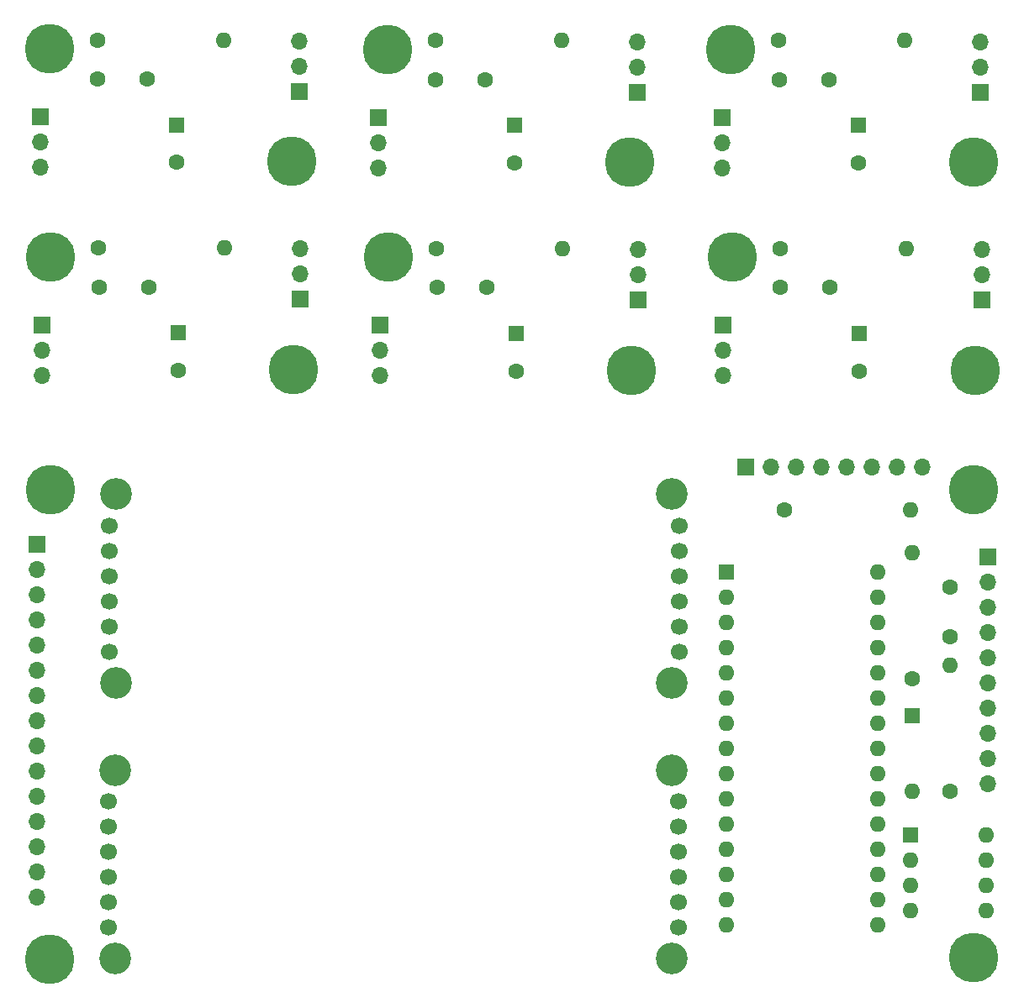
<source format=gbr>
%TF.GenerationSoftware,KiCad,Pcbnew,6.0.10-86aedd382b~118~ubuntu22.10.1*%
%TF.CreationDate,2023-02-15T12:29:17+01:00*%
%TF.ProjectId,railway,7261696c-7761-4792-9e6b-696361645f70,rev?*%
%TF.SameCoordinates,Original*%
%TF.FileFunction,Soldermask,Bot*%
%TF.FilePolarity,Negative*%
%FSLAX46Y46*%
G04 Gerber Fmt 4.6, Leading zero omitted, Abs format (unit mm)*
G04 Created by KiCad (PCBNEW 6.0.10-86aedd382b~118~ubuntu22.10.1) date 2023-02-15 12:29:17*
%MOMM*%
%LPD*%
G01*
G04 APERTURE LIST*
%ADD10R,1.700000X1.700000*%
%ADD11O,1.700000X1.700000*%
%ADD12C,1.600000*%
%ADD13O,1.600000X1.600000*%
%ADD14C,0.800000*%
%ADD15C,5.000000*%
%ADD16R,1.600000X1.600000*%
%ADD17C,3.200000*%
%ADD18C,1.700000*%
G04 APERTURE END LIST*
D10*
%TO.C,J2*%
X127309825Y-60127175D03*
D11*
X127309825Y-57587175D03*
X127309825Y-55047175D03*
%TD*%
D10*
%TO.C,J2*%
X92717500Y-60127175D03*
D11*
X92717500Y-57587175D03*
X92717500Y-55047175D03*
%TD*%
D12*
%TO.C,C2*%
X107029825Y-58872175D03*
X112029825Y-58872175D03*
%TD*%
%TO.C,R1*%
X106989825Y-54935175D03*
D13*
X119689825Y-54935175D03*
%TD*%
D14*
%TO.C,H1*%
X125293175Y-65857175D03*
X126619000Y-69058000D03*
X126619000Y-65308000D03*
X127944825Y-65857175D03*
X128494000Y-67183000D03*
X127944825Y-68508825D03*
D15*
X126619000Y-67183000D03*
D14*
X124744000Y-67183000D03*
X125293175Y-68508825D03*
%TD*%
%TO.C,H2*%
X104038825Y-55824175D03*
X103489650Y-54498350D03*
X102163825Y-53949175D03*
X100838000Y-57150000D03*
D15*
X102163825Y-55824175D03*
D14*
X100288825Y-55824175D03*
X102163825Y-57699175D03*
X103489650Y-57150000D03*
X100838000Y-54498350D03*
%TD*%
D16*
%TO.C,C1*%
X114990825Y-63487222D03*
D12*
X114990825Y-67287222D03*
%TD*%
D10*
%TO.C,J1*%
X66682500Y-62682175D03*
D11*
X66682500Y-65222175D03*
X66682500Y-67762175D03*
%TD*%
D12*
%TO.C,C2*%
X72437500Y-58872175D03*
X77437500Y-58872175D03*
%TD*%
D14*
%TO.C,H1*%
X90700850Y-65857175D03*
X92026675Y-69058000D03*
X92026675Y-65308000D03*
X93352500Y-65857175D03*
X93901675Y-67183000D03*
X93352500Y-68508825D03*
D15*
X92026675Y-67183000D03*
D14*
X90151675Y-67183000D03*
X90700850Y-68508825D03*
%TD*%
%TO.C,H2*%
X69446500Y-55824175D03*
X68897325Y-54498350D03*
X67571500Y-53949175D03*
X66245675Y-57150000D03*
D15*
X67571500Y-55824175D03*
D14*
X65696500Y-55824175D03*
X67571500Y-57699175D03*
X68897325Y-57150000D03*
X66245675Y-54498350D03*
%TD*%
D12*
%TO.C,R1*%
X72397500Y-54935175D03*
D13*
X85097500Y-54935175D03*
%TD*%
D10*
%TO.C,J1*%
X101274825Y-62682175D03*
D11*
X101274825Y-65222175D03*
X101274825Y-67762175D03*
%TD*%
D14*
%TO.C,H2*%
X35403000Y-55753000D03*
X34853825Y-54427175D03*
X33528000Y-53878000D03*
X32202175Y-57078825D03*
D15*
X33528000Y-55753000D03*
D14*
X31653000Y-55753000D03*
X33528000Y-57628000D03*
X34853825Y-57078825D03*
X32202175Y-54427175D03*
%TD*%
D10*
%TO.C,J2*%
X58674000Y-60056000D03*
D11*
X58674000Y-57516000D03*
X58674000Y-54976000D03*
%TD*%
D16*
%TO.C,C1*%
X46355000Y-63416047D03*
D12*
X46355000Y-67216047D03*
%TD*%
%TO.C,C2*%
X38394000Y-58801000D03*
X43394000Y-58801000D03*
%TD*%
D14*
%TO.C,H1*%
X56657350Y-65786000D03*
X57983175Y-68986825D03*
X57983175Y-65236825D03*
X59309000Y-65786000D03*
X59858175Y-67111825D03*
X59309000Y-68437650D03*
D15*
X57983175Y-67111825D03*
D14*
X56108175Y-67111825D03*
X56657350Y-68437650D03*
%TD*%
D12*
%TO.C,R1*%
X38354000Y-54864000D03*
D13*
X51054000Y-54864000D03*
%TD*%
D10*
%TO.C,J1*%
X32639000Y-62611000D03*
D11*
X32639000Y-65151000D03*
X32639000Y-67691000D03*
%TD*%
D16*
%TO.C,C1*%
X80398500Y-63487222D03*
D12*
X80398500Y-67287222D03*
%TD*%
D14*
%TO.C,H2*%
X103911825Y-34869175D03*
X103362650Y-33543350D03*
X102036825Y-32994175D03*
X100711000Y-36195000D03*
D15*
X102036825Y-34869175D03*
D14*
X100161825Y-34869175D03*
X102036825Y-36744175D03*
X103362650Y-36195000D03*
X100711000Y-33543350D03*
%TD*%
D10*
%TO.C,J2*%
X127182825Y-39172175D03*
D11*
X127182825Y-36632175D03*
X127182825Y-34092175D03*
%TD*%
D16*
%TO.C,C1*%
X114863825Y-42532222D03*
D12*
X114863825Y-46332222D03*
%TD*%
%TO.C,C2*%
X106902825Y-37917175D03*
X111902825Y-37917175D03*
%TD*%
D14*
%TO.C,H1*%
X125166175Y-44902175D03*
X126492000Y-48103000D03*
X126492000Y-44353000D03*
X127817825Y-44902175D03*
X128367000Y-46228000D03*
X127817825Y-47553825D03*
D15*
X126492000Y-46228000D03*
D14*
X124617000Y-46228000D03*
X125166175Y-47553825D03*
%TD*%
D12*
%TO.C,R1*%
X106862825Y-33980175D03*
D13*
X119562825Y-33980175D03*
%TD*%
D10*
%TO.C,J1*%
X101147825Y-41727175D03*
D11*
X101147825Y-44267175D03*
X101147825Y-46807175D03*
%TD*%
D14*
%TO.C,H2*%
X69319500Y-34869175D03*
X68770325Y-33543350D03*
X67444500Y-32994175D03*
X66118675Y-36195000D03*
D15*
X67444500Y-34869175D03*
D14*
X65569500Y-34869175D03*
X67444500Y-36744175D03*
X68770325Y-36195000D03*
X66118675Y-33543350D03*
%TD*%
D10*
%TO.C,J2*%
X92590500Y-39172175D03*
D11*
X92590500Y-36632175D03*
X92590500Y-34092175D03*
%TD*%
D16*
%TO.C,C1*%
X80271500Y-42532222D03*
D12*
X80271500Y-46332222D03*
%TD*%
%TO.C,C2*%
X72310500Y-37917175D03*
X77310500Y-37917175D03*
%TD*%
D14*
%TO.C,H1*%
X90573850Y-44902175D03*
X91899675Y-48103000D03*
X91899675Y-44353000D03*
X93225500Y-44902175D03*
X93774675Y-46228000D03*
X93225500Y-47553825D03*
D15*
X91899675Y-46228000D03*
D14*
X90024675Y-46228000D03*
X90573850Y-47553825D03*
%TD*%
D12*
%TO.C,R1*%
X72270500Y-33980175D03*
D13*
X84970500Y-33980175D03*
%TD*%
D10*
%TO.C,J1*%
X66555500Y-41727175D03*
D11*
X66555500Y-44267175D03*
X66555500Y-46807175D03*
%TD*%
D17*
%TO.C,U2*%
X96084000Y-126521000D03*
X40084000Y-107521000D03*
X96084000Y-107521000D03*
X40084000Y-126521000D03*
D18*
X96774000Y-123317000D03*
X39370000Y-123317000D03*
X96774000Y-120777000D03*
X39370000Y-120777000D03*
X39370000Y-118237000D03*
X96774000Y-118237000D03*
X96774000Y-115697000D03*
X39370000Y-115697000D03*
X39370000Y-113157000D03*
X96774000Y-113157000D03*
X96774000Y-110617000D03*
X39370000Y-110617000D03*
%TD*%
D16*
%TO.C,U3*%
X120152000Y-114056000D03*
D13*
X120152000Y-116596000D03*
X120152000Y-119136000D03*
X120152000Y-121676000D03*
X127772000Y-121676000D03*
X127772000Y-119136000D03*
X127772000Y-116596000D03*
X127772000Y-114056000D03*
%TD*%
D10*
%TO.C,J1*%
X32512000Y-41656000D03*
D11*
X32512000Y-44196000D03*
X32512000Y-46736000D03*
%TD*%
D10*
%TO.C,J4*%
X127889000Y-85984000D03*
D11*
X127889000Y-88524000D03*
X127889000Y-91064000D03*
X127889000Y-93604000D03*
X127889000Y-96144000D03*
X127889000Y-98684000D03*
X127889000Y-101224000D03*
X127889000Y-103764000D03*
X127889000Y-106304000D03*
X127889000Y-108844000D03*
%TD*%
D16*
%TO.C,D1*%
X120269000Y-101981000D03*
D13*
X120269000Y-109601000D03*
%TD*%
D12*
%TO.C,R2*%
X124079000Y-109601000D03*
D13*
X124079000Y-96901000D03*
%TD*%
D15*
%TO.C,H4*%
X126492000Y-126365000D03*
D14*
X126492000Y-128240000D03*
X128367000Y-126365000D03*
X125166175Y-125039175D03*
X127817825Y-127690825D03*
X127817825Y-125039175D03*
X124617000Y-126365000D03*
X126492000Y-124490000D03*
X125166175Y-127690825D03*
%TD*%
D10*
%TO.C,J3*%
X32131000Y-84709000D03*
D11*
X32131000Y-87249000D03*
X32131000Y-89789000D03*
X32131000Y-92329000D03*
X32131000Y-94869000D03*
X32131000Y-97409000D03*
X32131000Y-99949000D03*
X32131000Y-102489000D03*
X32131000Y-105029000D03*
X32131000Y-107569000D03*
X32131000Y-110109000D03*
X32131000Y-112649000D03*
X32131000Y-115189000D03*
X32131000Y-117729000D03*
X32131000Y-120269000D03*
%TD*%
D10*
%TO.C,J5*%
X103520000Y-76962000D03*
D11*
X106060000Y-76962000D03*
X108600000Y-76962000D03*
X111140000Y-76962000D03*
X113680000Y-76962000D03*
X116220000Y-76962000D03*
X118760000Y-76962000D03*
X121300000Y-76962000D03*
%TD*%
D12*
%TO.C,R1*%
X38227000Y-33909000D03*
D13*
X50927000Y-33909000D03*
%TD*%
D12*
%TO.C,C3*%
X124079000Y-89027000D03*
X124079000Y-94027000D03*
%TD*%
D16*
%TO.C,A1*%
X101610000Y-87503000D03*
D13*
X101610000Y-90043000D03*
X101610000Y-92583000D03*
X101610000Y-95123000D03*
X101610000Y-97663000D03*
X101610000Y-100203000D03*
X101610000Y-102743000D03*
X101610000Y-105283000D03*
X101610000Y-107823000D03*
X101610000Y-110363000D03*
X101610000Y-112903000D03*
X101610000Y-115443000D03*
X101610000Y-117983000D03*
X101610000Y-120523000D03*
X101610000Y-123063000D03*
X116850000Y-123063000D03*
X116850000Y-120523000D03*
X116850000Y-117983000D03*
X116850000Y-115443000D03*
X116850000Y-112903000D03*
X116850000Y-110363000D03*
X116850000Y-107823000D03*
X116850000Y-105283000D03*
X116850000Y-102743000D03*
X116850000Y-100203000D03*
X116850000Y-97663000D03*
X116850000Y-95123000D03*
X116850000Y-92583000D03*
X116850000Y-90043000D03*
X116850000Y-87503000D03*
%TD*%
D12*
%TO.C,R4*%
X107442000Y-81280000D03*
D13*
X120142000Y-81280000D03*
%TD*%
D14*
%TO.C,H6*%
X32131000Y-127889000D03*
X32131000Y-125237350D03*
X33456825Y-128438175D03*
X35331825Y-126563175D03*
D15*
X33456825Y-126563175D03*
D14*
X31581825Y-126563175D03*
X34782650Y-125237350D03*
X33456825Y-124688175D03*
X34782650Y-127889000D03*
%TD*%
%TO.C,H1*%
X56530350Y-44831000D03*
X57856175Y-48031825D03*
X57856175Y-44281825D03*
X59182000Y-44831000D03*
X59731175Y-46156825D03*
X59182000Y-47482650D03*
D15*
X57856175Y-46156825D03*
D14*
X55981175Y-46156825D03*
X56530350Y-47482650D03*
%TD*%
D15*
%TO.C,H5*%
X33528000Y-79248000D03*
D14*
X32202175Y-77922175D03*
X34853825Y-77922175D03*
X33528000Y-77373000D03*
X35403000Y-79248000D03*
X33528000Y-81123000D03*
X31653000Y-79248000D03*
X34853825Y-80573825D03*
X32202175Y-80573825D03*
%TD*%
D12*
%TO.C,C2*%
X38267000Y-37846000D03*
X43267000Y-37846000D03*
%TD*%
D17*
%TO.C,U1*%
X40104000Y-98686000D03*
X96104000Y-79686000D03*
X96104000Y-98686000D03*
X40104000Y-79686000D03*
D18*
X39414000Y-82890000D03*
X96818000Y-82890000D03*
X39414000Y-85430000D03*
X96818000Y-85430000D03*
X96818000Y-87970000D03*
X39414000Y-87970000D03*
X96818000Y-90510000D03*
X39414000Y-90510000D03*
X39414000Y-93050000D03*
X96818000Y-93050000D03*
X96818000Y-95590000D03*
X39414000Y-95590000D03*
%TD*%
D16*
%TO.C,C1*%
X46228000Y-42461047D03*
D12*
X46228000Y-46261047D03*
%TD*%
D10*
%TO.C,J2*%
X58547000Y-39101000D03*
D11*
X58547000Y-36561000D03*
X58547000Y-34021000D03*
%TD*%
D12*
%TO.C,R3*%
X120269000Y-98298000D03*
D13*
X120269000Y-85598000D03*
%TD*%
D14*
%TO.C,H3*%
X128367000Y-79248000D03*
X126492000Y-77373000D03*
D15*
X126492000Y-79248000D03*
D14*
X127817825Y-80573825D03*
X127817825Y-77922175D03*
X124617000Y-79248000D03*
X125166175Y-77922175D03*
X126492000Y-81123000D03*
X125166175Y-80573825D03*
%TD*%
%TO.C,H2*%
X35276000Y-34798000D03*
X34726825Y-33472175D03*
X33401000Y-32923000D03*
X32075175Y-36123825D03*
D15*
X33401000Y-34798000D03*
D14*
X31526000Y-34798000D03*
X33401000Y-36673000D03*
X34726825Y-36123825D03*
X32075175Y-33472175D03*
%TD*%
M02*

</source>
